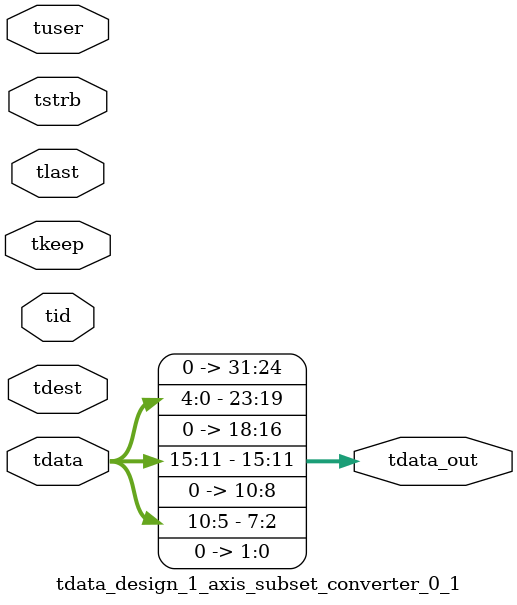
<source format=v>


`timescale 1ps/1ps

module tdata_design_1_axis_subset_converter_0_1 #
(
parameter C_S_AXIS_TDATA_WIDTH = 32,
parameter C_S_AXIS_TUSER_WIDTH = 0,
parameter C_S_AXIS_TID_WIDTH   = 0,
parameter C_S_AXIS_TDEST_WIDTH = 0,
parameter C_M_AXIS_TDATA_WIDTH = 32
)
(
input  [(C_S_AXIS_TDATA_WIDTH == 0 ? 1 : C_S_AXIS_TDATA_WIDTH)-1:0     ] tdata,
input  [(C_S_AXIS_TUSER_WIDTH == 0 ? 1 : C_S_AXIS_TUSER_WIDTH)-1:0     ] tuser,
input  [(C_S_AXIS_TID_WIDTH   == 0 ? 1 : C_S_AXIS_TID_WIDTH)-1:0       ] tid,
input  [(C_S_AXIS_TDEST_WIDTH == 0 ? 1 : C_S_AXIS_TDEST_WIDTH)-1:0     ] tdest,
input  [(C_S_AXIS_TDATA_WIDTH/8)-1:0 ] tkeep,
input  [(C_S_AXIS_TDATA_WIDTH/8)-1:0 ] tstrb,
input                                                                    tlast,
output [C_M_AXIS_TDATA_WIDTH-1:0] tdata_out
);

assign tdata_out = {tdata[4:0],3'b000,tdata[15:11],3'b000,tdata[10:5],2'b00};

endmodule


</source>
